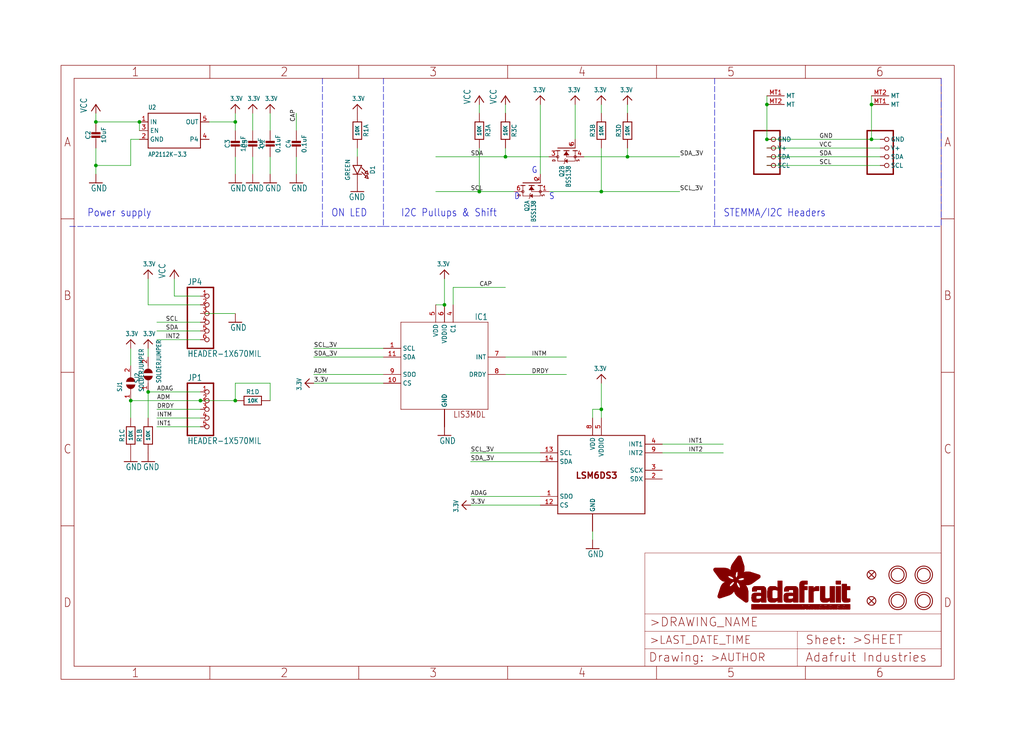
<source format=kicad_sch>
(kicad_sch (version 20211123) (generator eeschema)
  (paper "User" 298.45 217.881)
  (lib_symbols
    (symbol "eagleSchem-eagle-import:3.3V" (power)
      (property "Value" "3.3V" (at -1.524 1.016 0))
      (symbol "3.3V_1_0"
        (pin power_in line (at 0 -2.54 90) (length 2.54) (name "3.3V") (number "1"))
      )
    )
    (symbol "eagleSchem-eagle-import:CAP_CERAMIC0603_NO"
      (property "Reference" "C" (at -2.29 1.25 90))
      (property "Value" "CAP_CERAMIC0603_NO" (at 2.3 1.25 90))
      (symbol "CAP_CERAMIC0603_NO_1_0"
        (pin passive line (at 0 5.08 270) (length 2.54) (name "1") (number "1"))
        (pin passive line (at 0 -2.54 90) (length 2.54) (name "2") (number "2"))
      )
    )
    (symbol "eagleSchem-eagle-import:CAP_CERAMIC0805-NOOUTLINE"
      (property "Reference" "C" (at -2.29 1.25 90))
      (property "Value" "CAP_CERAMIC0805-NOOUTLINE" (at 2.3 1.25 90))
      (symbol "CAP_CERAMIC0805-NOOUTLINE_1_0"
        (pin passive line (at 0 5.08 270) (length 2.54) (name "1") (number "1"))
        (pin passive line (at 0 -2.54 90) (length 2.54) (name "2") (number "2"))
      )
    )
    (symbol "eagleSchem-eagle-import:FIDUCIAL_1MM")
    (symbol "eagleSchem-eagle-import:FRAME_A4_ADAFRUIT"
      (symbol "FRAME_A4_ADAFRUIT_1_0"
        (text "1" (at 21.6958 1.905 0) (effects (font (size 2.54 2.286))))
        (text "1" (at 21.6958 177.165 0) (effects (font (size 2.54 2.286))))
        (text "2" (at 65.0875 1.905 0) (effects (font (size 2.54 2.286))))
        (text "2" (at 65.0875 177.165 0) (effects (font (size 2.54 2.286))))
        (text "3" (at 108.4792 1.905 0) (effects (font (size 2.54 2.286))))
        (text "3" (at 108.4792 177.165 0) (effects (font (size 2.54 2.286))))
        (text "4" (at 151.8708 1.905 0) (effects (font (size 2.54 2.286))))
        (text "4" (at 151.8708 177.165 0) (effects (font (size 2.54 2.286))))
        (text "5" (at 195.2625 1.905 0) (effects (font (size 2.54 2.286))))
        (text "5" (at 195.2625 177.165 0) (effects (font (size 2.54 2.286))))
        (text "6" (at 238.6542 1.905 0) (effects (font (size 2.54 2.286))))
        (text "6" (at 238.6542 177.165 0) (effects (font (size 2.54 2.286))))
        (text ">AUTHOR" (at 189.23 5.08 0) (effects (font (size 2.286 2.286)) (justify left bottom)))
        (text ">DRAWING_NAME" (at 171.45 15.24 0) (effects (font (size 2.54 2.54)) (justify left bottom)))
        (text ">LAST_DATE_TIME" (at 171.45 10.16 0) (effects (font (size 2.286 2.286)) (justify left bottom)))
        (text ">SHEET" (at 230.505 10.16 0) (effects (font (size 2.54 2.54)) (justify left bottom)))
        (text "A" (at 1.905 156.6863 0) (effects (font (size 2.54 2.286))))
        (text "A" (at 258.445 156.6863 0) (effects (font (size 2.54 2.286))))
        (text "Adafruit Industries" (at 216.916 4.953 0) (effects (font (size 2.54 2.54)) (justify left bottom)))
        (text "B" (at 1.905 111.9188 0) (effects (font (size 2.54 2.286))))
        (text "B" (at 258.445 111.9188 0) (effects (font (size 2.54 2.286))))
        (text "C" (at 1.905 67.1513 0) (effects (font (size 2.54 2.286))))
        (text "C" (at 258.445 67.1513 0) (effects (font (size 2.54 2.286))))
        (text "D" (at 1.905 22.3838 0) (effects (font (size 2.54 2.286))))
        (text "D" (at 258.445 22.3838 0) (effects (font (size 2.54 2.286))))
        (text "Drawing:" (at 171.196 4.953 0) (effects (font (size 2.54 2.54)) (justify left bottom)))
        (text "Sheet:" (at 216.916 10.033 0) (effects (font (size 2.54 2.54)) (justify left bottom)))
      )
    )
    (symbol "eagleSchem-eagle-import:GND" (power)
      (property "Value" "GND" (at -2.54 -2.54 0))
      (symbol "GND_1_0"
        (pin power_in line (at 0 2.54 270) (length 2.54) (name "GND") (number "1"))
      )
    )
    (symbol "eagleSchem-eagle-import:HEADER-1X570MIL"
      (property "Reference" "JP" (at -6.35 8.255 0))
      (property "Value" "HEADER-1X570MIL" (at -6.35 -10.16 0))
      (symbol "HEADER-1X570MIL_1_0"
        (pin passive inverted (at -2.54 5.08 0) (length 2.54) (name "1") (number "1"))
        (pin passive inverted (at -2.54 2.54 0) (length 2.54) (name "2") (number "2"))
        (pin passive inverted (at -2.54 0 0) (length 2.54) (name "3") (number "3"))
        (pin passive inverted (at -2.54 -2.54 0) (length 2.54) (name "4") (number "4"))
        (pin passive inverted (at -2.54 -5.08 0) (length 2.54) (name "5") (number "5"))
      )
    )
    (symbol "eagleSchem-eagle-import:HEADER-1X670MIL"
      (property "Reference" "JP" (at -6.35 10.795 0))
      (property "Value" "HEADER-1X670MIL" (at -6.35 -10.16 0))
      (symbol "HEADER-1X670MIL_1_0"
        (pin passive inverted (at -2.54 7.62 0) (length 2.54) (name "1") (number "1"))
        (pin passive inverted (at -2.54 5.08 0) (length 2.54) (name "2") (number "2"))
        (pin passive inverted (at -2.54 2.54 0) (length 2.54) (name "3") (number "3"))
        (pin passive inverted (at -2.54 0 0) (length 2.54) (name "4") (number "4"))
        (pin passive inverted (at -2.54 -2.54 0) (length 2.54) (name "5") (number "5"))
        (pin passive inverted (at -2.54 -5.08 0) (length 2.54) (name "6") (number "6"))
      )
    )
    (symbol "eagleSchem-eagle-import:LED0603_NOOUTLINE"
      (property "Reference" "D" (at -1.27 4.445 0))
      (property "Value" "LED0603_NOOUTLINE" (at -1.27 -2.794 0))
      (symbol "LED0603_NOOUTLINE_1_0"
        (pin passive line (at -5.08 0 0) (length 2.54) (name "A") (number "A"))
        (pin passive line (at 2.54 0 180) (length 2.54) (name "C") (number "C"))
      )
    )
    (symbol "eagleSchem-eagle-import:LIS3MDL"
      (property "Reference" "IC" (at 12.7 15.24 0))
      (symbol "LIS3MDL_1_0"
        (text "LIS3MDL" (at 2.54 -15.24 0) (effects (font (size 1.778 1.5113)) (justify left bottom)))
        (pin input line (at -17.78 5.08 0) (length 5.08) (name "SCL") (number "1"))
        (pin input line (at -17.78 -5.08 0) (length 5.08) (name "CS") (number "10"))
        (pin bidirectional line (at -17.78 2.54 0) (length 5.08) (name "SDA") (number "11"))
        (pin power_in line (at 0 -17.78 90) (length 5.08) (name "GND") (number "12"))
        (pin power_in line (at 0 -17.78 90) (length 5.08) (name "GND") (number "2"))
        (pin power_in line (at 0 -17.78 90) (length 5.08) (name "GND") (number "3"))
        (pin input line (at 2.54 17.78 270) (length 5.08) (name "C1") (number "4"))
        (pin power_in line (at -2.54 17.78 270) (length 5.08) (name "VDD") (number "5"))
        (pin power_in line (at 0 17.78 270) (length 5.08) (name "VDDIO") (number "6"))
        (pin output line (at 17.78 2.54 180) (length 5.08) (name "INT") (number "7"))
        (pin output line (at 17.78 -2.54 180) (length 5.08) (name "DRDY") (number "8"))
        (pin bidirectional line (at -17.78 -2.54 0) (length 5.08) (name "SDO") (number "9"))
      )
    )
    (symbol "eagleSchem-eagle-import:LSM6DS3"
      (symbol "LSM6DS3_1_0"
        (text "LSM6DS3" (at -5.08 -2.54 0) (effects (font (size 1.778 1.778) (thickness 0.3556) bold) (justify left bottom)))
        (pin bidirectional line (at -15.24 -7.62 0) (length 5.08) (name "SDO") (number "1"))
        (pin bidirectional line (at -15.24 -10.16 0) (length 5.08) (name "CS") (number "12"))
        (pin bidirectional line (at -15.24 5.08 0) (length 5.08) (name "SCL") (number "13"))
        (pin bidirectional line (at -15.24 2.54 0) (length 5.08) (name "SDA") (number "14"))
        (pin bidirectional line (at 20.32 -2.54 180) (length 5.08) (name "SDX") (number "2"))
        (pin bidirectional line (at 20.32 0 180) (length 5.08) (name "SCX") (number "3"))
        (pin bidirectional line (at 20.32 7.62 180) (length 5.08) (name "INT1") (number "4"))
        (pin power_in line (at 2.54 15.24 270) (length 5.08) (name "VDDIO") (number "5"))
        (pin power_in line (at 0 -17.78 90) (length 5.08) (name "GND") (number "6"))
        (pin power_in line (at 0 -17.78 90) (length 5.08) (name "GND") (number "7"))
        (pin power_in line (at 0 15.24 270) (length 5.08) (name "VDD") (number "8"))
        (pin bidirectional line (at 20.32 5.08 180) (length 5.08) (name "INT2") (number "9"))
      )
    )
    (symbol "eagleSchem-eagle-import:MOSFET-N_DUAL"
      (property "Reference" "Q" (at 5.08 0.635 0))
      (property "Value" "MOSFET-N_DUAL" (at 5.08 -1.27 0))
      (symbol "MOSFET-N_DUAL_1_0"
        (text "D" (at 3.175 3.175 0) (effects (font (size 0.8128 0.6908)) (justify left bottom)))
        (text "G" (at -1.27 -1.905 0) (effects (font (size 0.8128 0.6908)) (justify left bottom)))
        (text "S" (at 3.175 -3.81 0) (effects (font (size 0.8128 0.6908)) (justify left bottom)))
        (pin bidirectional line (at 2.54 -5.08 90) (length 2.54) (name "S") (number "1"))
        (pin bidirectional line (at -2.54 -2.54 0) (length 2.54) (name "G") (number "2"))
        (pin bidirectional line (at 2.54 5.08 270) (length 2.54) (name "D") (number "6"))
      )
      (symbol "MOSFET-N_DUAL_2_0"
        (text "D" (at 3.175 3.175 0) (effects (font (size 0.8128 0.6908)) (justify left bottom)))
        (text "G" (at -1.27 -1.905 0) (effects (font (size 0.8128 0.6908)) (justify left bottom)))
        (text "S" (at 3.175 -3.81 0) (effects (font (size 0.8128 0.6908)) (justify left bottom)))
        (pin bidirectional line (at 2.54 5.08 270) (length 2.54) (name "D") (number "3"))
        (pin bidirectional line (at 2.54 -5.08 90) (length 2.54) (name "S") (number "4"))
        (pin bidirectional line (at -2.54 -2.54 0) (length 2.54) (name "G") (number "5"))
      )
    )
    (symbol "eagleSchem-eagle-import:MOUNTINGHOLE2.5")
    (symbol "eagleSchem-eagle-import:RESISTOR_4PACK"
      (property "Reference" "R" (at 0 2.54 0))
      (property "Value" "RESISTOR_4PACK" (at 0 0 0))
      (symbol "RESISTOR_4PACK_1_0"
        (pin passive line (at -5.08 0 0) (length 2.54) (name "1") (number "1"))
        (pin passive line (at 5.08 0 180) (length 2.54) (name "2") (number "8"))
      )
      (symbol "RESISTOR_4PACK_2_0"
        (pin passive line (at -5.08 0 0) (length 2.54) (name "1") (number "2"))
        (pin passive line (at 5.08 0 180) (length 2.54) (name "2") (number "7"))
      )
      (symbol "RESISTOR_4PACK_3_0"
        (pin passive line (at -5.08 0 0) (length 2.54) (name "1") (number "3"))
        (pin passive line (at 5.08 0 180) (length 2.54) (name "2") (number "6"))
      )
      (symbol "RESISTOR_4PACK_4_0"
        (pin passive line (at -5.08 0 0) (length 2.54) (name "1") (number "4"))
        (pin passive line (at 5.08 0 180) (length 2.54) (name "2") (number "5"))
      )
    )
    (symbol "eagleSchem-eagle-import:SOLDERJUMPER"
      (property "Reference" "SJ" (at -2.54 2.54 0))
      (property "Value" "SOLDERJUMPER" (at -2.54 -3.81 0))
      (symbol "SOLDERJUMPER_1_0"
        (pin passive line (at -5.08 0 0) (length 2.54) (name "1") (number "1"))
        (pin passive line (at 5.08 0 180) (length 2.54) (name "2") (number "2"))
      )
    )
    (symbol "eagleSchem-eagle-import:STEMMA_I2C_QT"
      (symbol "STEMMA_I2C_QT_1_0"
        (pin passive inverted (at 0 5.08 0) (length 2.54) (name "GND") (number "1"))
        (pin passive inverted (at 0 2.54 0) (length 2.54) (name "V+") (number "2"))
        (pin passive inverted (at 0 0 0) (length 2.54) (name "SDA") (number "3"))
        (pin passive inverted (at 0 -2.54 0) (length 2.54) (name "SCL") (number "4"))
      )
      (symbol "STEMMA_I2C_QT_2_0"
        (pin bidirectional line (at 0 0 0) (length 5.08) (name "MT") (number "MT1"))
      )
      (symbol "STEMMA_I2C_QT_3_0"
        (pin bidirectional line (at 0 0 0) (length 5.08) (name "MT") (number "MT2"))
      )
    )
    (symbol "eagleSchem-eagle-import:VCC" (power)
      (property "Value" "VCC" (at -2.54 -2.54 90))
      (symbol "VCC_1_0"
        (pin power_in line (at 0 -2.54 90) (length 2.54) (name "VCC") (number "1"))
      )
    )
    (symbol "eagleSchem-eagle-import:VREG_SOT23-5"
      (property "Reference" "U" (at -7.62 6.096 0))
      (property "Value" "VREG_SOT23-5" (at -7.62 -7.62 0))
      (symbol "VREG_SOT23-5_1_0"
        (pin power_in line (at -10.16 2.54 0) (length 2.54) (name "IN") (number "1"))
        (pin power_in line (at -10.16 -2.54 0) (length 2.54) (name "GND") (number "2"))
        (pin input line (at -10.16 0 0) (length 2.54) (name "EN") (number "3"))
        (pin bidirectional line (at 10.16 -2.54 180) (length 2.54) (name "P4") (number "4"))
        (pin power_in line (at 10.16 2.54 180) (length 2.54) (name "OUT") (number "5"))
      )
    )
  )
  (junction (at 254 30.48))
  (junction (at 40.64 35.56))
  (junction (at 139.7 55.88))
  (junction (at 27.94 48.26))
  (junction (at 58.42 116.84))
  (junction (at 182.88 45.72))
  (junction (at 68.58 35.56))
  (junction (at 223.52 40.64))
  (junction (at 38.1 116.84))
  (junction (at 147.32 45.72))
  (junction (at 68.58 116.84))
  (junction (at 175.26 55.88))
  (junction (at 254 40.64))
  (junction (at 223.52 30.48))
  (junction (at 27.94 35.56))
  (junction (at 43.18 114.3))
  (junction (at 129.54 88.9))
  (junction (at 175.26 119.38))
  (wire (pts (xy 58.42 119.38) (xy 45.72 119.38)))
  (wire (pts (xy 223.52 27.94) (xy 223.52 30.48)))
  (wire (pts (xy 254 27.94) (xy 254 30.48)))
  (wire (pts (xy 38.1 116.84) (xy 38.1 121.92)))
  (wire (pts (xy 182.88 33.02) (xy 182.88 30.48)))
  (wire (pts (xy 104.14 45.72) (xy 104.14 43.18)))
  (wire (pts (xy 58.42 86.36) (xy 50.8 86.36)))
  (wire (pts (xy 256.54 45.72) (xy 223.52 45.72)))
  (wire (pts (xy 256.54 40.64) (xy 254 40.64)))
  (wire (pts (xy 223.52 43.18) (xy 256.54 43.18)))
  (wire (pts (xy 27.94 33.02) (xy 27.94 35.56)))
  (wire (pts (xy 172.72 154.94) (xy 172.72 157.48)))
  (wire (pts (xy 132.08 88.9) (xy 132.08 83.82)))
  (wire (pts (xy 58.42 91.44) (xy 68.58 91.44)))
  (polyline (pts (xy 208.28 22.86) (xy 208.28 66.04)))
  (wire (pts (xy 43.18 121.92) (xy 43.18 114.3)))
  (wire (pts (xy 58.42 116.84) (xy 38.1 116.84)))
  (wire (pts (xy 149.86 55.88) (xy 139.7 55.88)))
  (wire (pts (xy 167.64 40.64) (xy 167.64 30.48)))
  (wire (pts (xy 58.42 121.92) (xy 45.72 121.92)))
  (wire (pts (xy 38.1 48.26) (xy 27.94 48.26)))
  (wire (pts (xy 157.48 50.8) (xy 157.48 30.48)))
  (wire (pts (xy 147.32 104.14) (xy 165.1 104.14)))
  (polyline (pts (xy 20.32 66.04) (xy 93.98 66.04)))
  (wire (pts (xy 91.44 104.14) (xy 111.76 104.14)))
  (wire (pts (xy 223.52 48.26) (xy 256.54 48.26)))
  (wire (pts (xy 165.1 109.22) (xy 147.32 109.22)))
  (wire (pts (xy 27.94 48.26) (xy 27.94 50.8)))
  (wire (pts (xy 157.48 134.62) (xy 137.16 134.62)))
  (wire (pts (xy 175.26 33.02) (xy 175.26 30.48)))
  (wire (pts (xy 43.18 88.9) (xy 43.18 81.28)))
  (wire (pts (xy 182.88 45.72) (xy 198.12 45.72)))
  (wire (pts (xy 160.02 55.88) (xy 175.26 55.88)))
  (wire (pts (xy 193.04 129.54) (xy 210.82 129.54)))
  (wire (pts (xy 78.74 111.76) (xy 68.58 111.76)))
  (wire (pts (xy 210.82 132.08) (xy 193.04 132.08)))
  (wire (pts (xy 175.26 119.38) (xy 175.26 111.76)))
  (wire (pts (xy 157.48 147.32) (xy 137.16 147.32)))
  (wire (pts (xy 58.42 99.06) (xy 45.72 99.06)))
  (wire (pts (xy 172.72 119.38) (xy 172.72 121.92)))
  (wire (pts (xy 27.94 48.26) (xy 27.94 43.18)))
  (wire (pts (xy 68.58 35.56) (xy 68.58 38.1)))
  (wire (pts (xy 147.32 43.18) (xy 147.32 45.72)))
  (wire (pts (xy 111.76 111.76) (xy 91.44 111.76)))
  (wire (pts (xy 172.72 119.38) (xy 175.26 119.38)))
  (wire (pts (xy 139.7 43.18) (xy 139.7 55.88)))
  (polyline (pts (xy 208.28 66.04) (xy 274.32 66.04)))
  (wire (pts (xy 254 40.64) (xy 223.52 40.64)))
  (wire (pts (xy 157.48 144.78) (xy 137.16 144.78)))
  (wire (pts (xy 58.42 88.9) (xy 43.18 88.9)))
  (wire (pts (xy 254 30.48) (xy 254 40.64)))
  (wire (pts (xy 111.76 101.6) (xy 91.44 101.6)))
  (wire (pts (xy 86.36 45.72) (xy 86.36 50.8)))
  (wire (pts (xy 60.96 35.56) (xy 68.58 35.56)))
  (wire (pts (xy 40.64 35.56) (xy 27.94 35.56)))
  (wire (pts (xy 58.42 116.84) (xy 68.58 116.84)))
  (wire (pts (xy 68.58 111.76) (xy 68.58 116.84)))
  (wire (pts (xy 182.88 43.18) (xy 182.88 45.72)))
  (wire (pts (xy 175.26 55.88) (xy 198.12 55.88)))
  (wire (pts (xy 68.58 35.56) (xy 68.58 33.02)))
  (wire (pts (xy 111.76 109.22) (xy 91.44 109.22)))
  (wire (pts (xy 78.74 33.02) (xy 78.74 38.1)))
  (polyline (pts (xy 93.98 66.04) (xy 111.76 66.04)))
  (wire (pts (xy 58.42 93.98) (xy 45.72 93.98)))
  (wire (pts (xy 58.42 124.46) (xy 45.72 124.46)))
  (wire (pts (xy 175.26 43.18) (xy 175.26 55.88)))
  (polyline (pts (xy 111.76 66.04) (xy 208.28 66.04)))
  (wire (pts (xy 170.18 45.72) (xy 182.88 45.72)))
  (wire (pts (xy 129.54 88.9) (xy 129.54 81.28)))
  (polyline (pts (xy 93.98 22.86) (xy 93.98 66.04)))
  (wire (pts (xy 40.64 38.1) (xy 40.64 35.56)))
  (wire (pts (xy 73.66 38.1) (xy 73.66 33.02)))
  (wire (pts (xy 147.32 33.02) (xy 147.32 30.48)))
  (wire (pts (xy 132.08 83.82) (xy 147.32 83.82)))
  (wire (pts (xy 38.1 101.6) (xy 38.1 106.68)))
  (wire (pts (xy 127 88.9) (xy 129.54 88.9)))
  (polyline (pts (xy 111.76 22.86) (xy 111.76 66.04)))
  (wire (pts (xy 223.52 30.48) (xy 223.52 40.64)))
  (wire (pts (xy 160.02 45.72) (xy 147.32 45.72)))
  (wire (pts (xy 40.64 40.64) (xy 38.1 40.64)))
  (polyline (pts (xy 274.32 22.86) (xy 274.32 66.04)))
  (wire (pts (xy 139.7 30.48) (xy 139.7 33.02)))
  (wire (pts (xy 147.32 45.72) (xy 127 45.72)))
  (wire (pts (xy 73.66 45.72) (xy 73.66 50.8)))
  (wire (pts (xy 137.16 132.08) (xy 157.48 132.08)))
  (wire (pts (xy 38.1 40.64) (xy 38.1 48.26)))
  (wire (pts (xy 175.26 121.92) (xy 175.26 119.38)))
  (wire (pts (xy 43.18 104.14) (xy 43.18 101.6)))
  (wire (pts (xy 139.7 55.88) (xy 127 55.88)))
  (wire (pts (xy 43.18 114.3) (xy 58.42 114.3)))
  (wire (pts (xy 86.36 33.02) (xy 86.36 38.1)))
  (wire (pts (xy 78.74 45.72) (xy 78.74 50.8)))
  (wire (pts (xy 68.58 45.72) (xy 68.58 50.8)))
  (wire (pts (xy 58.42 96.52) (xy 45.72 96.52)))
  (wire (pts (xy 50.8 86.36) (xy 50.8 81.28)))
  (wire (pts (xy 78.74 116.84) (xy 78.74 111.76)))
  (text "ON LED" (at 96.52 63.5 180) (effects (font (size 2.1844 1.8567)) (justify left bottom)))
  (text "S" (at 160.02 58.42 180) (effects (font (size 1.778 1.5113)) (justify left bottom)))
  (text "Power supply" (at 25.4 63.5 180) (effects (font (size 2.1844 1.8567)) (justify left bottom)))
  (text "I2C Pullups & Shift" (at 116.84 63.5 180) (effects (font (size 2.1844 1.8567)) (justify left bottom)))
  (text "STEMMA/I2C Headers" (at 210.82 63.5 180) (effects (font (size 2.1844 1.8567)) (justify left bottom)))
  (text "D" (at 149.86 58.42 180) (effects (font (size 1.778 1.5113)) (justify left bottom)))
  (text "G" (at 154.94 50.8 180) (effects (font (size 1.778 1.5113)) (justify left bottom)))
  (label "INTM" (at 154.94 104.14 0) (effects (font (size 1.2446 1.2446))))
  (label "INT1" (at 45.72 124.46 0) (effects (font (size 1.2446 1.2446))))
  (label "GND" (at 238.76 40.64 0) (effects (font (size 1.2446 1.2446))))
  (label "ADAG" (at 45.72 114.3 0) (effects (font (size 1.2446 1.2446))))
  (label "SCL_3V" (at 137.16 132.08 0) (effects (font (size 1.2446 1.2446))))
  (label "SDA" (at 238.76 45.72 0) (effects (font (size 1.2446 1.2446))))
  (label "INTM" (at 45.72 121.92 0) (effects (font (size 1.2446 1.2446))))
  (label "INT1" (at 200.66 129.54 0) (effects (font (size 1.2446 1.2446))))
  (label "CAP" (at 139.7 83.82 0) (effects (font (size 1.2446 1.2446))))
  (label "SCL" (at 137.16 55.88 0) (effects (font (size 1.2446 1.2446))))
  (label "SDA_3V" (at 137.16 134.62 0) (effects (font (size 1.2446 1.2446))))
  (label "SCL_3V" (at 198.12 55.88 0) (effects (font (size 1.2446 1.2446))))
  (label "3.3V" (at 137.16 147.32 0) (effects (font (size 1.2446 1.2446))))
  (label "CAP" (at 86.36 35.56 90) (effects (font (size 1.2446 1.2446))))
  (label "DRDY" (at 45.72 119.38 0) (effects (font (size 1.2446 1.2446))))
  (label "SDA_3V" (at 198.12 45.72 0) (effects (font (size 1.2446 1.2446))))
  (label "SCL_3V" (at 91.44 101.6 0) (effects (font (size 1.2446 1.2446))))
  (label "INT2" (at 200.66 132.08 0) (effects (font (size 1.2446 1.2446))))
  (label "VCC" (at 238.76 43.18 0) (effects (font (size 1.2446 1.2446))))
  (label "ADM" (at 91.44 109.22 0) (effects (font (size 1.2446 1.2446))))
  (label "SCL" (at 238.76 48.26 0) (effects (font (size 1.2446 1.2446))))
  (label "3.3V" (at 91.44 111.76 0) (effects (font (size 1.2446 1.2446))))
  (label "SDA" (at 48.26 96.52 0) (effects (font (size 1.2446 1.2446))))
  (label "ADAG" (at 137.16 144.78 0) (effects (font (size 1.2446 1.2446))))
  (label "SDA_3V" (at 91.44 104.14 0) (effects (font (size 1.2446 1.2446))))
  (label "SDA" (at 137.16 45.72 0) (effects (font (size 1.2446 1.2446))))
  (label "INT2" (at 48.26 99.06 0) (effects (font (size 1.2446 1.2446))))
  (label "SCL" (at 48.26 93.98 0) (effects (font (size 1.2446 1.2446))))
  (label "ADM" (at 45.72 116.84 0) (effects (font (size 1.2446 1.2446))))
  (label "DRDY" (at 154.94 109.22 0) (effects (font (size 1.2446 1.2446))))
  (symbol (lib_id "eagleSchem-eagle-import:3.3V") (at 175.26 27.94 0) (mirror y) (unit 1)
    (property "Reference" "#U$24" (effects hide))
    (property "Value" "3.3V" (at 176.784 26.924 0) (effects (font (size 1.27 1.0795)) (justify left bottom)))
    (property "Footprint" "eagleSchem:" (effects hide))
  )
  (symbol (lib_id "eagleSchem-eagle-import:3.3V") (at 167.64 27.94 0) (mirror y) (unit 1)
    (property "Reference" "#U$23" (effects hide))
    (property "Value" "3.3V" (at 169.164 26.924 0) (effects (font (size 1.27 1.0795)) (justify left bottom)))
    (property "Footprint" "eagleSchem:" (effects hide))
  )
  (symbol (lib_id "eagleSchem-eagle-import:GND") (at 78.74 53.34 0) (unit 1)
    (property "Reference" "#U$6" (effects hide))
    (property "Value" "GND" (at 77.216 55.88 0) (effects (font (size 1.778 1.5113)) (justify left bottom)))
    (property "Footprint" "eagleSchem:" (effects hide))
  )
  (symbol (lib_id "eagleSchem-eagle-import:FRAME_A4_ADAFRUIT") (at 17.78 198.12 0) (unit 1)
    (property "Reference" "#U$18" (effects hide))
    (property "Value" "FRAME_A4_ADAFRUIT" (effects hide))
    (property "Footprint" "eagleSchem:" (effects hide))
  )
  (symbol (lib_id "eagleSchem-eagle-import:GND") (at 86.36 53.34 0) (unit 1)
    (property "Reference" "#U$9" (effects hide))
    (property "Value" "GND" (at 84.836 55.88 0) (effects (font (size 1.778 1.5113)) (justify left bottom)))
    (property "Footprint" "eagleSchem:" (effects hide))
  )
  (symbol (lib_id "eagleSchem-eagle-import:MOUNTINGHOLE2.5") (at 261.62 167.64 0) (unit 1)
    (property "Reference" "U$17" (effects hide))
    (property "Value" "MOUNTINGHOLE2.5" (effects hide))
    (property "Footprint" "eagleSchem:MOUNTINGHOLE_2.5_PLATED" (effects hide))
  )
  (symbol (lib_id "eagleSchem-eagle-import:3.3V") (at 78.74 30.48 0) (unit 1)
    (property "Reference" "#U$14" (effects hide))
    (property "Value" "3.3V" (at 77.216 29.464 0) (effects (font (size 1.27 1.0795)) (justify left bottom)))
    (property "Footprint" "eagleSchem:" (effects hide))
  )
  (symbol (lib_id "eagleSchem-eagle-import:MOSFET-N_DUAL") (at 165.1 43.18 90) (mirror x) (unit 2)
    (property "Reference" "Q2" (at 164.465 48.26 0) (effects (font (size 1.27 1.0795)) (justify left bottom)))
    (property "Value" "BSS138" (at 166.37 48.26 0) (effects (font (size 1.27 1.0795)) (justify left bottom)))
    (property "Footprint" "eagleSchem:SOT363" (effects hide))
  )
  (symbol (lib_id "eagleSchem-eagle-import:RESISTOR_4PACK") (at 182.88 38.1 90) (mirror x) (unit 4)
    (property "Reference" "R3" (at 180.34 38.1 0))
    (property "Value" "10K" (at 182.88 38.1 0) (effects (font (size 1.016 1.016) bold)))
    (property "Footprint" "eagleSchem:RESPACK_4X0603" (effects hide))
  )
  (symbol (lib_id "eagleSchem-eagle-import:3.3V") (at 134.62 147.32 90) (mirror x) (unit 1)
    (property "Reference" "#U$32" (effects hide))
    (property "Value" "3.3V" (at 133.604 145.796 0) (effects (font (size 1.27 1.0795)) (justify left bottom)))
    (property "Footprint" "eagleSchem:" (effects hide))
  )
  (symbol (lib_id "eagleSchem-eagle-import:3.3V") (at 104.14 30.48 0) (unit 1)
    (property "Reference" "#U$3" (effects hide))
    (property "Value" "3.3V" (at 102.616 29.464 0) (effects (font (size 1.27 1.0795)) (justify left bottom)))
    (property "Footprint" "eagleSchem:" (effects hide))
  )
  (symbol (lib_id "eagleSchem-eagle-import:RESISTOR_4PACK") (at 43.18 127 90) (unit 2)
    (property "Reference" "R1" (at 40.64 127 0))
    (property "Value" "10K" (at 43.18 127 0) (effects (font (size 1.016 1.016) bold)))
    (property "Footprint" "eagleSchem:RESPACK_4X0603" (effects hide))
  )
  (symbol (lib_id "eagleSchem-eagle-import:MOSFET-N_DUAL") (at 154.94 53.34 90) (mirror x) (unit 1)
    (property "Reference" "Q2" (at 154.305 58.42 0) (effects (font (size 1.27 1.0795)) (justify left bottom)))
    (property "Value" "BSS138" (at 156.21 58.42 0) (effects (font (size 1.27 1.0795)) (justify left bottom)))
    (property "Footprint" "eagleSchem:SOT363" (effects hide))
  )
  (symbol (lib_id "eagleSchem-eagle-import:CAP_CERAMIC0603_NO") (at 78.74 43.18 0) (unit 1)
    (property "Reference" "C1" (at 76.45 41.93 90))
    (property "Value" "0.1uF" (at 81.04 41.93 90))
    (property "Footprint" "eagleSchem:0603-NO" (effects hide))
  )
  (symbol (lib_id "eagleSchem-eagle-import:RESISTOR_4PACK") (at 73.66 116.84 0) (unit 4)
    (property "Reference" "R1" (at 73.66 114.3 0))
    (property "Value" "10K" (at 73.66 116.84 0) (effects (font (size 1.016 1.016) bold)))
    (property "Footprint" "eagleSchem:RESPACK_4X0603" (effects hide))
  )
  (symbol (lib_id "eagleSchem-eagle-import:CAP_CERAMIC0805-NOOUTLINE") (at 27.94 40.64 0) (unit 1)
    (property "Reference" "C2" (at 25.65 39.39 90))
    (property "Value" "10uF" (at 30.24 39.39 90))
    (property "Footprint" "eagleSchem:0805-NO" (effects hide))
  )
  (symbol (lib_id "eagleSchem-eagle-import:3.3V") (at 38.1 99.06 0) (unit 1)
    (property "Reference" "#U$33" (effects hide))
    (property "Value" "3.3V" (at 36.576 98.044 0) (effects (font (size 1.27 1.0795)) (justify left bottom)))
    (property "Footprint" "eagleSchem:" (effects hide))
  )
  (symbol (lib_id "eagleSchem-eagle-import:HEADER-1X570MIL") (at 60.96 119.38 0) (unit 1)
    (property "Reference" "JP1" (at 54.61 111.125 0) (effects (font (size 1.778 1.5113)) (justify left bottom)))
    (property "Value" "HEADER-1X570MIL" (at 54.61 129.54 0) (effects (font (size 1.778 1.5113)) (justify left bottom)))
    (property "Footprint" "eagleSchem:1X05_ROUND_70" (effects hide))
  )
  (symbol (lib_id "eagleSchem-eagle-import:STEMMA_I2C_QT") (at 254 27.94 0) (unit 3)
    (property "Reference" "CONN4" (effects hide))
    (property "Value" "STEMMA_I2C_QT" (effects hide))
    (property "Footprint" "eagleSchem:JST_SH4" (effects hide))
  )
  (symbol (lib_id "eagleSchem-eagle-import:LED0603_NOOUTLINE") (at 104.14 50.8 270) (unit 1)
    (property "Reference" "D1" (at 108.585 49.53 0))
    (property "Value" "GREEN" (at 101.346 49.53 0))
    (property "Footprint" "eagleSchem:CHIPLED_0603_NOOUTLINE" (effects hide))
  )
  (symbol (lib_id "eagleSchem-eagle-import:3.3V") (at 73.66 30.48 0) (unit 1)
    (property "Reference" "#U$22" (effects hide))
    (property "Value" "3.3V" (at 72.136 29.464 0) (effects (font (size 1.27 1.0795)) (justify left bottom)))
    (property "Footprint" "eagleSchem:" (effects hide))
  )
  (symbol (lib_id "eagleSchem-eagle-import:HEADER-1X670MIL") (at 60.96 93.98 0) (unit 1)
    (property "Reference" "JP4" (at 54.61 83.185 0) (effects (font (size 1.778 1.5113)) (justify left bottom)))
    (property "Value" "HEADER-1X670MIL" (at 54.61 104.14 0) (effects (font (size 1.778 1.5113)) (justify left bottom)))
    (property "Footprint" "eagleSchem:1X06_ROUND_70" (effects hide))
  )
  (symbol (lib_id "eagleSchem-eagle-import:FIDUCIAL_1MM") (at 254 167.64 0) (unit 1)
    (property "Reference" "FID4" (effects hide))
    (property "Value" "FIDUCIAL_1MM" (effects hide))
    (property "Footprint" "eagleSchem:FIDUCIAL_1MM" (effects hide))
  )
  (symbol (lib_id "eagleSchem-eagle-import:GND") (at 73.66 53.34 0) (unit 1)
    (property "Reference" "#U$27" (effects hide))
    (property "Value" "GND" (at 72.136 55.88 0) (effects (font (size 1.778 1.5113)) (justify left bottom)))
    (property "Footprint" "eagleSchem:" (effects hide))
  )
  (symbol (lib_id "eagleSchem-eagle-import:3.3V") (at 157.48 27.94 0) (mirror y) (unit 1)
    (property "Reference" "#U$26" (effects hide))
    (property "Value" "3.3V" (at 159.004 26.924 0) (effects (font (size 1.27 1.0795)) (justify left bottom)))
    (property "Footprint" "eagleSchem:" (effects hide))
  )
  (symbol (lib_id "eagleSchem-eagle-import:3.3V") (at 129.54 78.74 0) (mirror y) (unit 1)
    (property "Reference" "#U$4" (effects hide))
    (property "Value" "3.3V" (at 131.064 77.724 0) (effects (font (size 1.27 1.0795)) (justify left bottom)))
    (property "Footprint" "eagleSchem:" (effects hide))
  )
  (symbol (lib_id "eagleSchem-eagle-import:GND") (at 104.14 55.88 0) (unit 1)
    (property "Reference" "#GND6" (effects hide))
    (property "Value" "GND" (at 101.6 58.42 0) (effects (font (size 1.778 1.5113)) (justify left bottom)))
    (property "Footprint" "eagleSchem:" (effects hide))
  )
  (symbol (lib_id "eagleSchem-eagle-import:GND") (at 172.72 160.02 0) (unit 1)
    (property "Reference" "#U$12" (effects hide))
    (property "Value" "GND" (at 171.196 162.56 0) (effects (font (size 1.778 1.5113)) (justify left bottom)))
    (property "Footprint" "eagleSchem:" (effects hide))
  )
  (symbol (lib_id "eagleSchem-eagle-import:GND") (at 68.58 93.98 0) (unit 1)
    (property "Reference" "#U$10" (effects hide))
    (property "Value" "GND" (at 67.056 96.52 0) (effects (font (size 1.778 1.5113)) (justify left bottom)))
    (property "Footprint" "eagleSchem:" (effects hide))
  )
  (symbol (lib_id "eagleSchem-eagle-import:RESISTOR_4PACK") (at 104.14 38.1 270) (unit 1)
    (property "Reference" "R1" (at 106.68 38.1 0))
    (property "Value" "10K" (at 104.14 38.1 0) (effects (font (size 1.016 1.016) bold)))
    (property "Footprint" "eagleSchem:RESPACK_4X0603" (effects hide))
  )
  (symbol (lib_id "eagleSchem-eagle-import:SOLDERJUMPER") (at 38.1 111.76 90) (unit 1)
    (property "Reference" "SJ1" (at 35.56 114.3 0) (effects (font (size 1.27 1.0795)) (justify left bottom)))
    (property "Value" "SOLDERJUMPER" (at 41.91 114.3 0) (effects (font (size 1.27 1.0795)) (justify left bottom)))
    (property "Footprint" "eagleSchem:SOLDERJUMPER_ARROW_NOPASTE" (effects hide))
  )
  (symbol (lib_id "eagleSchem-eagle-import:STEMMA_I2C_QT") (at 223.52 27.94 0) (unit 2)
    (property "Reference" "CONN3" (effects hide))
    (property "Value" "STEMMA_I2C_QT" (effects hide))
    (property "Footprint" "eagleSchem:JST_SH4" (effects hide))
  )
  (symbol (lib_id "eagleSchem-eagle-import:3.3V") (at 43.18 78.74 0) (unit 1)
    (property "Reference" "#U$16" (effects hide))
    (property "Value" "3.3V" (at 41.656 77.724 0) (effects (font (size 1.27 1.0795)) (justify left bottom)))
    (property "Footprint" "eagleSchem:" (effects hide))
  )
  (symbol (lib_id "eagleSchem-eagle-import:3.3V") (at 43.18 99.06 0) (unit 1)
    (property "Reference" "#U$34" (effects hide))
    (property "Value" "3.3V" (at 41.656 98.044 0) (effects (font (size 1.27 1.0795)) (justify left bottom)))
    (property "Footprint" "eagleSchem:" (effects hide))
  )
  (symbol (lib_id "eagleSchem-eagle-import:VREG_SOT23-5") (at 50.8 38.1 0) (unit 1)
    (property "Reference" "U2" (at 43.18 32.004 0) (effects (font (size 1.27 1.0795)) (justify left bottom)))
    (property "Value" "AP2112K-3.3" (at 43.18 45.72 0) (effects (font (size 1.27 1.0795)) (justify left bottom)))
    (property "Footprint" "eagleSchem:SOT23-5" (effects hide))
  )
  (symbol (lib_id "eagleSchem-eagle-import:3.3V") (at 88.9 111.76 90) (mirror x) (unit 1)
    (property "Reference" "#U$29" (effects hide))
    (property "Value" "3.3V" (at 87.884 110.236 0) (effects (font (size 1.27 1.0795)) (justify left bottom)))
    (property "Footprint" "eagleSchem:" (effects hide))
  )
  (symbol (lib_id "eagleSchem-eagle-import:STEMMA_I2C_QT") (at 223.52 45.72 0) (unit 1)
    (property "Reference" "CONN3" (effects hide))
    (property "Value" "STEMMA_I2C_QT" (effects hide))
    (property "Footprint" "eagleSchem:JST_SH4" (effects hide))
  )
  (symbol (lib_id "eagleSchem-eagle-import:LSM6DS3") (at 172.72 137.16 0) (unit 1)
    (property "Reference" "U$36" (effects hide))
    (property "Value" "LSM6DS3" (effects hide))
    (property "Footprint" "eagleSchem:LGA-14L" (effects hide))
  )
  (symbol (lib_id "eagleSchem-eagle-import:GND") (at 27.94 53.34 0) (unit 1)
    (property "Reference" "#U$13" (effects hide))
    (property "Value" "GND" (at 26.416 55.88 0) (effects (font (size 1.778 1.5113)) (justify left bottom)))
    (property "Footprint" "eagleSchem:" (effects hide))
  )
  (symbol (lib_id "eagleSchem-eagle-import:MOUNTINGHOLE2.5") (at 269.24 175.26 0) (unit 1)
    (property "Reference" "U$21" (effects hide))
    (property "Value" "MOUNTINGHOLE2.5" (effects hide))
    (property "Footprint" "eagleSchem:MOUNTINGHOLE_2.5_PLATED" (effects hide))
  )
  (symbol (lib_id "eagleSchem-eagle-import:MOUNTINGHOLE2.5") (at 261.62 175.26 0) (unit 1)
    (property "Reference" "U$1" (effects hide))
    (property "Value" "MOUNTINGHOLE2.5" (effects hide))
    (property "Footprint" "eagleSchem:MOUNTINGHOLE_2.5_PLATED" (effects hide))
  )
  (symbol (lib_id "eagleSchem-eagle-import:RESISTOR_4PACK") (at 139.7 38.1 270) (unit 1)
    (property "Reference" "R3" (at 142.24 38.1 0))
    (property "Value" "10K" (at 139.7 38.1 0) (effects (font (size 1.016 1.016) bold)))
    (property "Footprint" "eagleSchem:RESPACK_4X0603" (effects hide))
  )
  (symbol (lib_id "eagleSchem-eagle-import:VCC") (at 139.7 27.94 0) (unit 1)
    (property "Reference" "#P+1" (effects hide))
    (property "Value" "VCC" (at 137.16 30.48 90) (effects (font (size 1.778 1.5113)) (justify left bottom)))
    (property "Footprint" "eagleSchem:" (effects hide))
  )
  (symbol (lib_id "eagleSchem-eagle-import:MOUNTINGHOLE2.5") (at 269.24 167.64 0) (unit 1)
    (property "Reference" "U$19" (effects hide))
    (property "Value" "MOUNTINGHOLE2.5" (effects hide))
    (property "Footprint" "eagleSchem:MOUNTINGHOLE_2.5_PLATED" (effects hide))
  )
  (symbol (lib_id "eagleSchem-eagle-import:CAP_CERAMIC0603_NO") (at 86.36 43.18 0) (unit 1)
    (property "Reference" "C4" (at 84.07 41.93 90))
    (property "Value" "0.1uF" (at 88.66 41.93 90))
    (property "Footprint" "eagleSchem:0603-NO" (effects hide))
  )
  (symbol (lib_id "eagleSchem-eagle-import:SOLDERJUMPER") (at 43.18 109.22 90) (unit 1)
    (property "Reference" "SJ2" (at 40.64 111.76 0) (effects (font (size 1.27 1.0795)) (justify left bottom)))
    (property "Value" "SOLDERJUMPER" (at 46.99 111.76 0) (effects (font (size 1.27 1.0795)) (justify left bottom)))
    (property "Footprint" "eagleSchem:SOLDERJUMPER_ARROW_NOPASTE" (effects hide))
  )
  (symbol (lib_id "eagleSchem-eagle-import:3.3V") (at 68.58 30.48 0) (unit 1)
    (property "Reference" "#U$15" (effects hide))
    (property "Value" "3.3V" (at 67.056 29.464 0) (effects (font (size 1.27 1.0795)) (justify left bottom)))
    (property "Footprint" "eagleSchem:" (effects hide))
  )
  (symbol (lib_id "eagleSchem-eagle-import:CAP_CERAMIC0805-NOOUTLINE") (at 68.58 43.18 0) (unit 1)
    (property "Reference" "C3" (at 66.29 41.93 90))
    (property "Value" "10uF" (at 70.88 41.93 90))
    (property "Footprint" "eagleSchem:0805-NO" (effects hide))
  )
  (symbol (lib_id "eagleSchem-eagle-import:GND") (at 43.18 134.62 0) (unit 1)
    (property "Reference" "#U$8" (effects hide))
    (property "Value" "GND" (at 41.656 137.16 0) (effects (font (size 1.778 1.5113)) (justify left bottom)))
    (property "Footprint" "eagleSchem:" (effects hide))
  )
  (symbol (lib_id "eagleSchem-eagle-import:LIS3MDL") (at 129.54 106.68 0) (unit 1)
    (property "Reference" "IC1" (at 142.24 91.44 0) (effects (font (size 1.778 1.5113)) (justify right top)))
    (property "Value" "LIS3MDL" (effects hide))
    (property "Footprint" "eagleSchem:LGA12_2X2MM" (effects hide))
  )
  (symbol (lib_id "eagleSchem-eagle-import:RESISTOR_4PACK") (at 38.1 127 90) (unit 3)
    (property "Reference" "R1" (at 35.56 127 0))
    (property "Value" "10K" (at 38.1 127 0) (effects (font (size 1.016 1.016) bold)))
    (property "Footprint" "eagleSchem:RESPACK_4X0603" (effects hide))
  )
  (symbol (lib_id "eagleSchem-eagle-import:VCC") (at 50.8 78.74 0) (unit 1)
    (property "Reference" "#P+4" (effects hide))
    (property "Value" "VCC" (at 48.26 81.28 90) (effects (font (size 1.778 1.5113)) (justify left bottom)))
    (property "Footprint" "eagleSchem:" (effects hide))
  )
  (symbol (lib_id "eagleSchem-eagle-import:3.3V") (at 182.88 27.94 0) (mirror y) (unit 1)
    (property "Reference" "#U$7" (effects hide))
    (property "Value" "3.3V" (at 184.404 26.924 0) (effects (font (size 1.27 1.0795)) (justify left bottom)))
    (property "Footprint" "eagleSchem:" (effects hide))
  )
  (symbol (lib_id "eagleSchem-eagle-import:FIDUCIAL_1MM") (at 254 175.26 0) (unit 1)
    (property "Reference" "FID3" (effects hide))
    (property "Value" "FIDUCIAL_1MM" (effects hide))
    (property "Footprint" "eagleSchem:FIDUCIAL_1MM" (effects hide))
  )
  (symbol (lib_id "eagleSchem-eagle-import:VCC") (at 147.32 27.94 0) (unit 1)
    (property "Reference" "#P+2" (effects hide))
    (property "Value" "VCC" (at 144.78 30.48 90) (effects (font (size 1.778 1.5113)) (justify left bottom)))
    (property "Footprint" "eagleSchem:" (effects hide))
  )
  (symbol (lib_id "eagleSchem-eagle-import:GND") (at 38.1 134.62 0) (unit 1)
    (property "Reference" "#U$11" (effects hide))
    (property "Value" "GND" (at 36.576 137.16 0) (effects (font (size 1.778 1.5113)) (justify left bottom)))
    (property "Footprint" "eagleSchem:" (effects hide))
  )
  (symbol (lib_id "eagleSchem-eagle-import:VCC") (at 27.94 30.48 0) (unit 1)
    (property "Reference" "#P+3" (effects hide))
    (property "Value" "VCC" (at 25.4 33.02 90) (effects (font (size 1.778 1.5113)) (justify left bottom)))
    (property "Footprint" "eagleSchem:" (effects hide))
  )
  (symbol (lib_id "eagleSchem-eagle-import:3.3V") (at 175.26 109.22 0) (mirror y) (unit 1)
    (property "Reference" "#U$28" (effects hide))
    (property "Value" "3.3V" (at 176.784 108.204 0) (effects (font (size 1.27 1.0795)) (justify left bottom)))
    (property "Footprint" "eagleSchem:" (effects hide))
  )
  (symbol (lib_id "eagleSchem-eagle-import:RESISTOR_4PACK") (at 175.26 38.1 90) (mirror x) (unit 2)
    (property "Reference" "R3" (at 172.72 38.1 0))
    (property "Value" "10K" (at 175.26 38.1 0) (effects (font (size 1.016 1.016) bold)))
    (property "Footprint" "eagleSchem:RESPACK_4X0603" (effects hide))
  )
  (symbol (lib_id "eagleSchem-eagle-import:STEMMA_I2C_QT") (at 256.54 45.72 0) (unit 1)
    (property "Reference" "CONN4" (effects hide))
    (property "Value" "STEMMA_I2C_QT" (effects hide))
    (property "Footprint" "eagleSchem:JST_SH4" (effects hide))
  )
  (symbol (lib_id "eagleSchem-eagle-import:GND") (at 129.54 127 0) (unit 1)
    (property "Reference" "#U$2" (effects hide))
    (property "Value" "GND" (at 128.016 129.54 0) (effects (font (size 1.778 1.5113)) (justify left bottom)))
    (property "Footprint" "eagleSchem:" (effects hide))
  )
  (symbol (lib_id "eagleSchem-eagle-import:CAP_CERAMIC0603_NO") (at 73.66 43.18 0) (unit 1)
    (property "Reference" "C5" (at 71.37 41.93 90))
    (property "Value" "1uF" (at 75.96 41.93 90))
    (property "Footprint" "eagleSchem:0603-NO" (effects hide))
  )
  (symbol (lib_id "eagleSchem-eagle-import:STEMMA_I2C_QT") (at 223.52 30.48 0) (unit 3)
    (property "Reference" "CONN3" (effects hide))
    (property "Value" "STEMMA_I2C_QT" (effects hide))
    (property "Footprint" "eagleSchem:JST_SH4" (effects hide))
  )
  (symbol (lib_id "eagleSchem-eagle-import:STEMMA_I2C_QT") (at 254 30.48 0) (unit 2)
    (property "Reference" "CONN4" (effects hide))
    (property "Value" "STEMMA_I2C_QT" (effects hide))
    (property "Footprint" "eagleSchem:JST_SH4" (effects hide))
  )
  (symbol (lib_id "eagleSchem-eagle-import:RESISTOR_4PACK") (at 147.32 38.1 270) (unit 3)
    (property "Reference" "R3" (at 149.86 38.1 0))
    (property "Value" "10K" (at 147.32 38.1 0) (effects (font (size 1.016 1.016) bold)))
    (property "Footprint" "eagleSchem:RESPACK_4X0603" (effects hide))
  )
  (symbol (lib_id "eagleSchem-eagle-import:GND") (at 68.58 53.34 0) (unit 1)
    (property "Reference" "#U$5" (effects hide))
    (property "Value" "GND" (at 67.056 55.88 0) (effects (font (size 1.778 1.5113)) (justify left bottom)))
    (property "Footprint" "eagleSchem:" (effects hide))
  )
)
</source>
